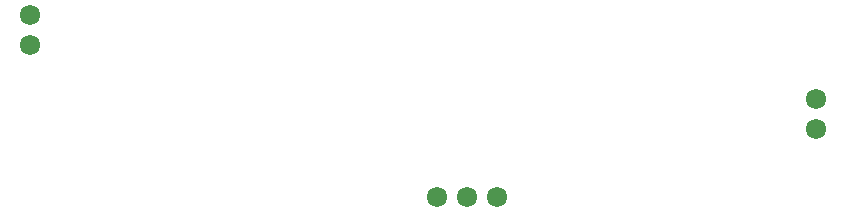
<source format=gbs>
G04*
G04 #@! TF.GenerationSoftware,Altium Limited,Altium Designer,20.1.11 (218)*
G04*
G04 Layer_Color=16711935*
%FSLAX44Y44*%
%MOMM*%
G71*
G04*
G04 #@! TF.SameCoordinates,6F68814C-33D5-4D04-8E5B-489F78E18062*
G04*
G04*
G04 #@! TF.FilePolarity,Negative*
G04*
G01*
G75*
%ADD27C,1.7240*%
D27*
X377190Y77470D02*
D03*
X427990D02*
D03*
X402590D02*
D03*
X33020Y205740D02*
D03*
Y231140D02*
D03*
X698500Y160020D02*
D03*
Y134620D02*
D03*
M02*

</source>
